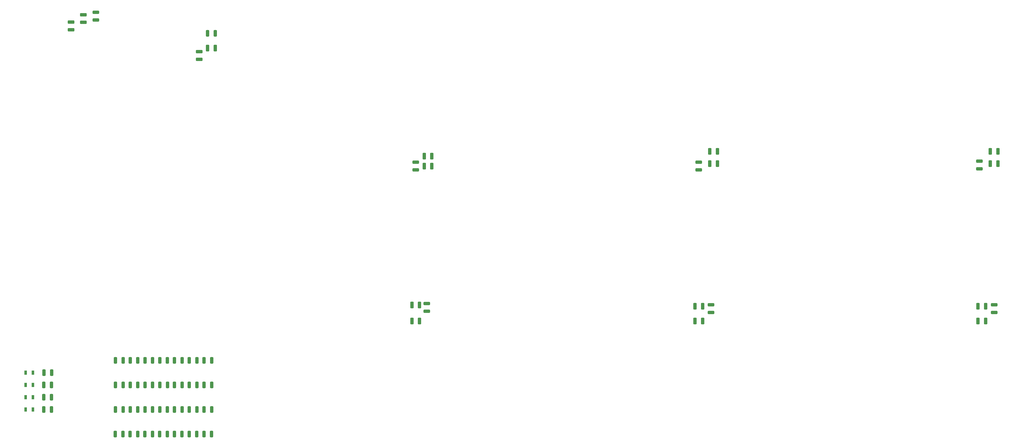
<source format=gbr>
%TF.GenerationSoftware,KiCad,Pcbnew,9.0.0*%
%TF.CreationDate,2025-04-23T18:39:57-07:00*%
%TF.ProjectId,PowerBoard,506f7765-7242-46f6-9172-642e6b696361,rev?*%
%TF.SameCoordinates,Original*%
%TF.FileFunction,Paste,Top*%
%TF.FilePolarity,Positive*%
%FSLAX46Y46*%
G04 Gerber Fmt 4.6, Leading zero omitted, Abs format (unit mm)*
G04 Created by KiCad (PCBNEW 9.0.0) date 2025-04-23 18:39:57*
%MOMM*%
%LPD*%
G01*
G04 APERTURE LIST*
G04 Aperture macros list*
%AMRoundRect*
0 Rectangle with rounded corners*
0 $1 Rounding radius*
0 $2 $3 $4 $5 $6 $7 $8 $9 X,Y pos of 4 corners*
0 Add a 4 corners polygon primitive as box body*
4,1,4,$2,$3,$4,$5,$6,$7,$8,$9,$2,$3,0*
0 Add four circle primitives for the rounded corners*
1,1,$1+$1,$2,$3*
1,1,$1+$1,$4,$5*
1,1,$1+$1,$6,$7*
1,1,$1+$1,$8,$9*
0 Add four rect primitives between the rounded corners*
20,1,$1+$1,$2,$3,$4,$5,0*
20,1,$1+$1,$4,$5,$6,$7,0*
20,1,$1+$1,$6,$7,$8,$9,0*
20,1,$1+$1,$8,$9,$2,$3,0*%
G04 Aperture macros list end*
%ADD10RoundRect,0.250000X-0.400000X-1.075000X0.400000X-1.075000X0.400000X1.075000X-0.400000X1.075000X0*%
%ADD11RoundRect,0.250000X0.412500X1.100000X-0.412500X1.100000X-0.412500X-1.100000X0.412500X-1.100000X0*%
%ADD12RoundRect,0.250000X-0.412500X-1.100000X0.412500X-1.100000X0.412500X1.100000X-0.412500X1.100000X0*%
%ADD13RoundRect,0.250000X1.075000X-0.400000X1.075000X0.400000X-1.075000X0.400000X-1.075000X-0.400000X0*%
%ADD14RoundRect,0.250000X-1.100000X0.412500X-1.100000X-0.412500X1.100000X-0.412500X1.100000X0.412500X0*%
%ADD15RoundRect,0.250000X0.400000X1.075000X-0.400000X1.075000X-0.400000X-1.075000X0.400000X-1.075000X0*%
%ADD16RoundRect,0.250000X-1.075000X0.400000X-1.075000X-0.400000X1.075000X-0.400000X1.075000X0.400000X0*%
%ADD17R,1.000000X1.750000*%
%ADD18RoundRect,0.250000X1.100000X-0.412500X1.100000X0.412500X-1.100000X0.412500X-1.100000X-0.412500X0*%
G04 APERTURE END LIST*
D10*
%TO.C,R12*%
X-51000000Y-170000000D03*
X-47900000Y-170000000D03*
%TD*%
%TO.C,R29*%
X-69000000Y-190000000D03*
X-65900000Y-190000000D03*
%TD*%
D11*
%TO.C,C19*%
X54562500Y-147500000D03*
X51437500Y-147500000D03*
%TD*%
D10*
%TO.C,R13*%
X-57000000Y-170000000D03*
X-53900000Y-170000000D03*
%TD*%
%TO.C,R21*%
X-63000000Y-180000000D03*
X-59900000Y-180000000D03*
%TD*%
D12*
%TO.C,C31*%
X166437500Y-154000000D03*
X169562500Y-154000000D03*
%TD*%
D10*
%TO.C,R36*%
X-69050000Y-200000000D03*
X-65950000Y-200000000D03*
%TD*%
D11*
%TO.C,C30*%
X175562500Y-90000000D03*
X172437500Y-90000000D03*
%TD*%
D10*
%TO.C,R19*%
X-50950000Y-180000000D03*
X-47850000Y-180000000D03*
%TD*%
D11*
%TO.C,C28*%
X289562500Y-85000000D03*
X286437500Y-85000000D03*
%TD*%
D10*
%TO.C,R24*%
X-39000000Y-190000000D03*
X-35900000Y-190000000D03*
%TD*%
D13*
%TO.C,R2*%
X-77000000Y-31550000D03*
X-77000000Y-28450000D03*
%TD*%
D14*
%TO.C,C34*%
X-35000000Y-44437500D03*
X-35000000Y-47562500D03*
%TD*%
D10*
%TO.C,R9*%
X-33000000Y-170000000D03*
X-29900000Y-170000000D03*
%TD*%
%TO.C,R18*%
X-45000000Y-180000000D03*
X-41900000Y-180000000D03*
%TD*%
%TO.C,R14*%
X-69000000Y-170000000D03*
X-65900000Y-170000000D03*
%TD*%
%TO.C,R31*%
X-39050000Y-200000000D03*
X-35950000Y-200000000D03*
%TD*%
D11*
%TO.C,C32*%
X59562500Y-91000000D03*
X56437500Y-91000000D03*
%TD*%
D12*
%TO.C,C23*%
X-31562500Y-43000000D03*
X-28437500Y-43000000D03*
%TD*%
D11*
%TO.C,C33*%
X175562500Y-85000000D03*
X172437500Y-85000000D03*
%TD*%
D10*
%TO.C,R32*%
X-45050000Y-200000000D03*
X-41950000Y-200000000D03*
%TD*%
%TO.C,R25*%
X-45000000Y-190000000D03*
X-41900000Y-190000000D03*
%TD*%
%TO.C,R17*%
X-39000000Y-180000000D03*
X-35900000Y-180000000D03*
%TD*%
D15*
%TO.C,R62*%
X-94950000Y-175000000D03*
X-98050000Y-175000000D03*
%TD*%
D10*
%TO.C,R35*%
X-63050000Y-200000000D03*
X-59950000Y-200000000D03*
%TD*%
%TO.C,R33*%
X-51050000Y-200000000D03*
X-47950000Y-200000000D03*
%TD*%
D15*
%TO.C,R63*%
X-95000000Y-180000000D03*
X-98100000Y-180000000D03*
%TD*%
D10*
%TO.C,R10*%
X-39000000Y-170000000D03*
X-35900000Y-170000000D03*
%TD*%
D12*
%TO.C,C37*%
X281437500Y-154000000D03*
X284562500Y-154000000D03*
%TD*%
D10*
%TO.C,R30*%
X-33050000Y-200000000D03*
X-29950000Y-200000000D03*
%TD*%
%TO.C,R22*%
X-69000000Y-180000000D03*
X-65900000Y-180000000D03*
%TD*%
D11*
%TO.C,C27*%
X289562500Y-90000000D03*
X286437500Y-90000000D03*
%TD*%
D10*
%TO.C,R23*%
X-33000000Y-190000000D03*
X-29900000Y-190000000D03*
%TD*%
%TO.C,R27*%
X-57000000Y-190000000D03*
X-53900000Y-190000000D03*
%TD*%
D16*
%TO.C,R6*%
X168000000Y-89450000D03*
X168000000Y-92550000D03*
%TD*%
D10*
%TO.C,R11*%
X-45000000Y-170000000D03*
X-41900000Y-170000000D03*
%TD*%
D14*
%TO.C,C22*%
X-87000000Y-32437500D03*
X-87000000Y-35562500D03*
%TD*%
D17*
%TO.C,LED2*%
X-105500000Y-180000000D03*
X-102500000Y-180000000D03*
%TD*%
D16*
%TO.C,R5*%
X173000000Y-147450000D03*
X173000000Y-150550000D03*
%TD*%
D10*
%TO.C,R28*%
X-63000000Y-190000000D03*
X-59900000Y-190000000D03*
%TD*%
D18*
%TO.C,C21*%
X-82000000Y-32562500D03*
X-82000000Y-29437500D03*
%TD*%
D10*
%TO.C,R16*%
X-33000000Y-180000000D03*
X-29900000Y-180000000D03*
%TD*%
D11*
%TO.C,C24*%
X169562500Y-148000000D03*
X166437500Y-148000000D03*
%TD*%
D17*
%TO.C,LED1*%
X-105500000Y-175000000D03*
X-102500000Y-175000000D03*
%TD*%
D16*
%TO.C,R4*%
X53000000Y-89450000D03*
X53000000Y-92550000D03*
%TD*%
%TO.C,R7*%
X288000000Y-147450000D03*
X288000000Y-150550000D03*
%TD*%
D12*
%TO.C,C25*%
X51437500Y-154000000D03*
X54562500Y-154000000D03*
%TD*%
D11*
%TO.C,C29*%
X59562500Y-87000000D03*
X56437500Y-87000000D03*
%TD*%
D15*
%TO.C,R1*%
X-28450000Y-37000000D03*
X-31550000Y-37000000D03*
%TD*%
D17*
%TO.C,LED4*%
X-105500000Y-190000000D03*
X-102500000Y-190000000D03*
%TD*%
D10*
%TO.C,R34*%
X-57050000Y-200000000D03*
X-53950000Y-200000000D03*
%TD*%
%TO.C,R20*%
X-57000000Y-180000000D03*
X-53900000Y-180000000D03*
%TD*%
D11*
%TO.C,C26*%
X284562500Y-148000000D03*
X281437500Y-148000000D03*
%TD*%
D15*
%TO.C,R64*%
X-95000000Y-185000000D03*
X-98100000Y-185000000D03*
%TD*%
D10*
%TO.C,R26*%
X-51000000Y-190000000D03*
X-47900000Y-190000000D03*
%TD*%
D16*
%TO.C,R8*%
X282000000Y-89000000D03*
X282000000Y-92100000D03*
%TD*%
%TO.C,R3*%
X57500000Y-146900000D03*
X57500000Y-150000000D03*
%TD*%
D10*
%TO.C,R15*%
X-63000000Y-170000000D03*
X-59900000Y-170000000D03*
%TD*%
D17*
%TO.C,LED3*%
X-105500000Y-185000000D03*
X-102500000Y-185000000D03*
%TD*%
D15*
%TO.C,R65*%
X-95000000Y-190000000D03*
X-98100000Y-190000000D03*
%TD*%
M02*

</source>
